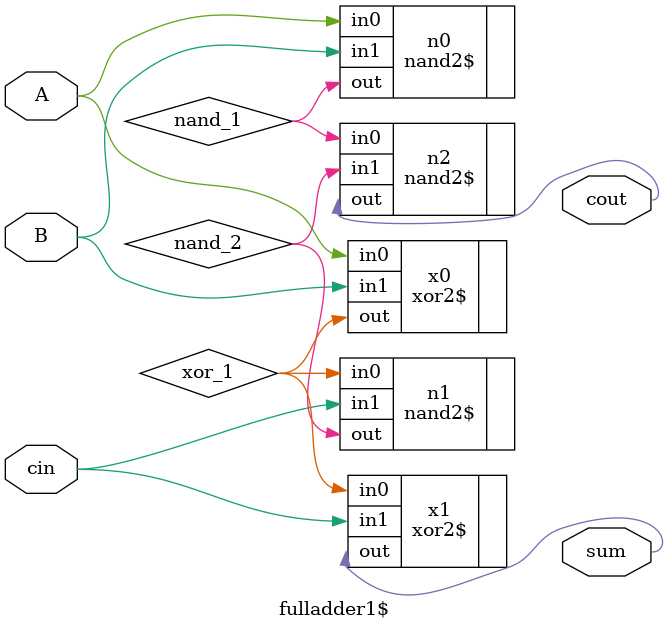
<source format=v>

module fulladder1$(
    input A, B, cin,
    output sum, cout
    );
    
    wire xor_1, nand_1, nand_2;

    xor2$ x0(.out(xor_1), .in0(A), .in1(B));
    xor2$ x1(.out(sum), .in0(xor_1), .in1(cin));

    nand2$ n0(.out(nand_1), .in0(A), .in1(B));
    nand2$ n1(.out(nand_2), .in0(xor_1), .in1(cin));

    nand2$ n2(.out(cout), .in0(nand_1), .in1(nand_2));

endmodule
</source>
